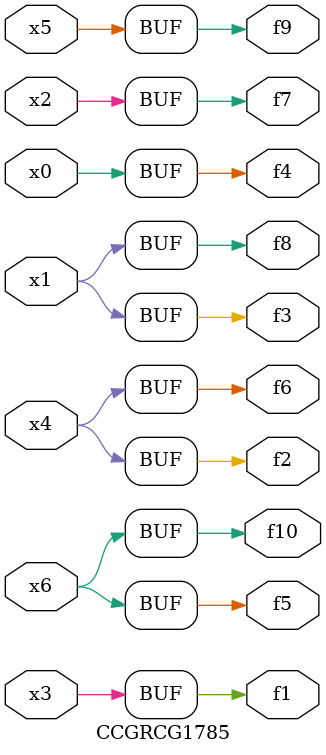
<source format=v>
module CCGRCG1785(
	input x0, x1, x2, x3, x4, x5, x6,
	output f1, f2, f3, f4, f5, f6, f7, f8, f9, f10
);
	assign f1 = x3;
	assign f2 = x4;
	assign f3 = x1;
	assign f4 = x0;
	assign f5 = x6;
	assign f6 = x4;
	assign f7 = x2;
	assign f8 = x1;
	assign f9 = x5;
	assign f10 = x6;
endmodule

</source>
